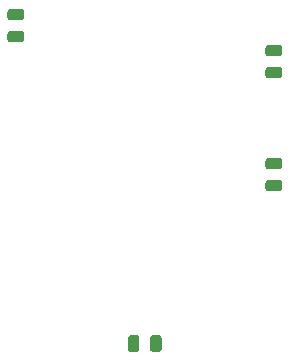
<source format=gbr>
G04 #@! TF.GenerationSoftware,KiCad,Pcbnew,(5.1.5-0-10_14)*
G04 #@! TF.CreationDate,2020-05-05T19:23:22-07:00*
G04 #@! TF.ProjectId,N64 Mask ROM Breakout,4e363420-4d61-4736-9b20-524f4d204272,rev?*
G04 #@! TF.SameCoordinates,Original*
G04 #@! TF.FileFunction,Paste,Top*
G04 #@! TF.FilePolarity,Positive*
%FSLAX46Y46*%
G04 Gerber Fmt 4.6, Leading zero omitted, Abs format (unit mm)*
G04 Created by KiCad (PCBNEW (5.1.5-0-10_14)) date 2020-05-05 19:23:22*
%MOMM*%
%LPD*%
G04 APERTURE LIST*
%ADD10C,0.100000*%
G04 APERTURE END LIST*
D10*
G36*
X141958142Y-90367174D02*
G01*
X141981803Y-90370684D01*
X142005007Y-90376496D01*
X142027529Y-90384554D01*
X142049153Y-90394782D01*
X142069670Y-90407079D01*
X142088883Y-90421329D01*
X142106607Y-90437393D01*
X142122671Y-90455117D01*
X142136921Y-90474330D01*
X142149218Y-90494847D01*
X142159446Y-90516471D01*
X142167504Y-90538993D01*
X142173316Y-90562197D01*
X142176826Y-90585858D01*
X142178000Y-90609750D01*
X142178000Y-91097250D01*
X142176826Y-91121142D01*
X142173316Y-91144803D01*
X142167504Y-91168007D01*
X142159446Y-91190529D01*
X142149218Y-91212153D01*
X142136921Y-91232670D01*
X142122671Y-91251883D01*
X142106607Y-91269607D01*
X142088883Y-91285671D01*
X142069670Y-91299921D01*
X142049153Y-91312218D01*
X142027529Y-91322446D01*
X142005007Y-91330504D01*
X141981803Y-91336316D01*
X141958142Y-91339826D01*
X141934250Y-91341000D01*
X141021750Y-91341000D01*
X140997858Y-91339826D01*
X140974197Y-91336316D01*
X140950993Y-91330504D01*
X140928471Y-91322446D01*
X140906847Y-91312218D01*
X140886330Y-91299921D01*
X140867117Y-91285671D01*
X140849393Y-91269607D01*
X140833329Y-91251883D01*
X140819079Y-91232670D01*
X140806782Y-91212153D01*
X140796554Y-91190529D01*
X140788496Y-91168007D01*
X140782684Y-91144803D01*
X140779174Y-91121142D01*
X140778000Y-91097250D01*
X140778000Y-90609750D01*
X140779174Y-90585858D01*
X140782684Y-90562197D01*
X140788496Y-90538993D01*
X140796554Y-90516471D01*
X140806782Y-90494847D01*
X140819079Y-90474330D01*
X140833329Y-90455117D01*
X140849393Y-90437393D01*
X140867117Y-90421329D01*
X140886330Y-90407079D01*
X140906847Y-90394782D01*
X140928471Y-90384554D01*
X140950993Y-90376496D01*
X140974197Y-90370684D01*
X140997858Y-90367174D01*
X141021750Y-90366000D01*
X141934250Y-90366000D01*
X141958142Y-90367174D01*
G37*
G36*
X141958142Y-88492174D02*
G01*
X141981803Y-88495684D01*
X142005007Y-88501496D01*
X142027529Y-88509554D01*
X142049153Y-88519782D01*
X142069670Y-88532079D01*
X142088883Y-88546329D01*
X142106607Y-88562393D01*
X142122671Y-88580117D01*
X142136921Y-88599330D01*
X142149218Y-88619847D01*
X142159446Y-88641471D01*
X142167504Y-88663993D01*
X142173316Y-88687197D01*
X142176826Y-88710858D01*
X142178000Y-88734750D01*
X142178000Y-89222250D01*
X142176826Y-89246142D01*
X142173316Y-89269803D01*
X142167504Y-89293007D01*
X142159446Y-89315529D01*
X142149218Y-89337153D01*
X142136921Y-89357670D01*
X142122671Y-89376883D01*
X142106607Y-89394607D01*
X142088883Y-89410671D01*
X142069670Y-89424921D01*
X142049153Y-89437218D01*
X142027529Y-89447446D01*
X142005007Y-89455504D01*
X141981803Y-89461316D01*
X141958142Y-89464826D01*
X141934250Y-89466000D01*
X141021750Y-89466000D01*
X140997858Y-89464826D01*
X140974197Y-89461316D01*
X140950993Y-89455504D01*
X140928471Y-89447446D01*
X140906847Y-89437218D01*
X140886330Y-89424921D01*
X140867117Y-89410671D01*
X140849393Y-89394607D01*
X140833329Y-89376883D01*
X140819079Y-89357670D01*
X140806782Y-89337153D01*
X140796554Y-89315529D01*
X140788496Y-89293007D01*
X140782684Y-89269803D01*
X140779174Y-89246142D01*
X140778000Y-89222250D01*
X140778000Y-88734750D01*
X140779174Y-88710858D01*
X140782684Y-88687197D01*
X140788496Y-88663993D01*
X140796554Y-88641471D01*
X140806782Y-88619847D01*
X140819079Y-88599330D01*
X140833329Y-88580117D01*
X140849393Y-88562393D01*
X140867117Y-88546329D01*
X140886330Y-88532079D01*
X140906847Y-88519782D01*
X140928471Y-88509554D01*
X140950993Y-88501496D01*
X140974197Y-88495684D01*
X140997858Y-88492174D01*
X141021750Y-88491000D01*
X141934250Y-88491000D01*
X141958142Y-88492174D01*
G37*
G36*
X163802142Y-91540174D02*
G01*
X163825803Y-91543684D01*
X163849007Y-91549496D01*
X163871529Y-91557554D01*
X163893153Y-91567782D01*
X163913670Y-91580079D01*
X163932883Y-91594329D01*
X163950607Y-91610393D01*
X163966671Y-91628117D01*
X163980921Y-91647330D01*
X163993218Y-91667847D01*
X164003446Y-91689471D01*
X164011504Y-91711993D01*
X164017316Y-91735197D01*
X164020826Y-91758858D01*
X164022000Y-91782750D01*
X164022000Y-92270250D01*
X164020826Y-92294142D01*
X164017316Y-92317803D01*
X164011504Y-92341007D01*
X164003446Y-92363529D01*
X163993218Y-92385153D01*
X163980921Y-92405670D01*
X163966671Y-92424883D01*
X163950607Y-92442607D01*
X163932883Y-92458671D01*
X163913670Y-92472921D01*
X163893153Y-92485218D01*
X163871529Y-92495446D01*
X163849007Y-92503504D01*
X163825803Y-92509316D01*
X163802142Y-92512826D01*
X163778250Y-92514000D01*
X162865750Y-92514000D01*
X162841858Y-92512826D01*
X162818197Y-92509316D01*
X162794993Y-92503504D01*
X162772471Y-92495446D01*
X162750847Y-92485218D01*
X162730330Y-92472921D01*
X162711117Y-92458671D01*
X162693393Y-92442607D01*
X162677329Y-92424883D01*
X162663079Y-92405670D01*
X162650782Y-92385153D01*
X162640554Y-92363529D01*
X162632496Y-92341007D01*
X162626684Y-92317803D01*
X162623174Y-92294142D01*
X162622000Y-92270250D01*
X162622000Y-91782750D01*
X162623174Y-91758858D01*
X162626684Y-91735197D01*
X162632496Y-91711993D01*
X162640554Y-91689471D01*
X162650782Y-91667847D01*
X162663079Y-91647330D01*
X162677329Y-91628117D01*
X162693393Y-91610393D01*
X162711117Y-91594329D01*
X162730330Y-91580079D01*
X162750847Y-91567782D01*
X162772471Y-91557554D01*
X162794993Y-91549496D01*
X162818197Y-91543684D01*
X162841858Y-91540174D01*
X162865750Y-91539000D01*
X163778250Y-91539000D01*
X163802142Y-91540174D01*
G37*
G36*
X163802142Y-93415174D02*
G01*
X163825803Y-93418684D01*
X163849007Y-93424496D01*
X163871529Y-93432554D01*
X163893153Y-93442782D01*
X163913670Y-93455079D01*
X163932883Y-93469329D01*
X163950607Y-93485393D01*
X163966671Y-93503117D01*
X163980921Y-93522330D01*
X163993218Y-93542847D01*
X164003446Y-93564471D01*
X164011504Y-93586993D01*
X164017316Y-93610197D01*
X164020826Y-93633858D01*
X164022000Y-93657750D01*
X164022000Y-94145250D01*
X164020826Y-94169142D01*
X164017316Y-94192803D01*
X164011504Y-94216007D01*
X164003446Y-94238529D01*
X163993218Y-94260153D01*
X163980921Y-94280670D01*
X163966671Y-94299883D01*
X163950607Y-94317607D01*
X163932883Y-94333671D01*
X163913670Y-94347921D01*
X163893153Y-94360218D01*
X163871529Y-94370446D01*
X163849007Y-94378504D01*
X163825803Y-94384316D01*
X163802142Y-94387826D01*
X163778250Y-94389000D01*
X162865750Y-94389000D01*
X162841858Y-94387826D01*
X162818197Y-94384316D01*
X162794993Y-94378504D01*
X162772471Y-94370446D01*
X162750847Y-94360218D01*
X162730330Y-94347921D01*
X162711117Y-94333671D01*
X162693393Y-94317607D01*
X162677329Y-94299883D01*
X162663079Y-94280670D01*
X162650782Y-94260153D01*
X162640554Y-94238529D01*
X162632496Y-94216007D01*
X162626684Y-94192803D01*
X162623174Y-94169142D01*
X162622000Y-94145250D01*
X162622000Y-93657750D01*
X162623174Y-93633858D01*
X162626684Y-93610197D01*
X162632496Y-93586993D01*
X162640554Y-93564471D01*
X162650782Y-93542847D01*
X162663079Y-93522330D01*
X162677329Y-93503117D01*
X162693393Y-93485393D01*
X162711117Y-93469329D01*
X162730330Y-93455079D01*
X162750847Y-93442782D01*
X162772471Y-93432554D01*
X162794993Y-93424496D01*
X162818197Y-93418684D01*
X162841858Y-93415174D01*
X162865750Y-93414000D01*
X163778250Y-93414000D01*
X163802142Y-93415174D01*
G37*
G36*
X163802142Y-102988674D02*
G01*
X163825803Y-102992184D01*
X163849007Y-102997996D01*
X163871529Y-103006054D01*
X163893153Y-103016282D01*
X163913670Y-103028579D01*
X163932883Y-103042829D01*
X163950607Y-103058893D01*
X163966671Y-103076617D01*
X163980921Y-103095830D01*
X163993218Y-103116347D01*
X164003446Y-103137971D01*
X164011504Y-103160493D01*
X164017316Y-103183697D01*
X164020826Y-103207358D01*
X164022000Y-103231250D01*
X164022000Y-103718750D01*
X164020826Y-103742642D01*
X164017316Y-103766303D01*
X164011504Y-103789507D01*
X164003446Y-103812029D01*
X163993218Y-103833653D01*
X163980921Y-103854170D01*
X163966671Y-103873383D01*
X163950607Y-103891107D01*
X163932883Y-103907171D01*
X163913670Y-103921421D01*
X163893153Y-103933718D01*
X163871529Y-103943946D01*
X163849007Y-103952004D01*
X163825803Y-103957816D01*
X163802142Y-103961326D01*
X163778250Y-103962500D01*
X162865750Y-103962500D01*
X162841858Y-103961326D01*
X162818197Y-103957816D01*
X162794993Y-103952004D01*
X162772471Y-103943946D01*
X162750847Y-103933718D01*
X162730330Y-103921421D01*
X162711117Y-103907171D01*
X162693393Y-103891107D01*
X162677329Y-103873383D01*
X162663079Y-103854170D01*
X162650782Y-103833653D01*
X162640554Y-103812029D01*
X162632496Y-103789507D01*
X162626684Y-103766303D01*
X162623174Y-103742642D01*
X162622000Y-103718750D01*
X162622000Y-103231250D01*
X162623174Y-103207358D01*
X162626684Y-103183697D01*
X162632496Y-103160493D01*
X162640554Y-103137971D01*
X162650782Y-103116347D01*
X162663079Y-103095830D01*
X162677329Y-103076617D01*
X162693393Y-103058893D01*
X162711117Y-103042829D01*
X162730330Y-103028579D01*
X162750847Y-103016282D01*
X162772471Y-103006054D01*
X162794993Y-102997996D01*
X162818197Y-102992184D01*
X162841858Y-102988674D01*
X162865750Y-102987500D01*
X163778250Y-102987500D01*
X163802142Y-102988674D01*
G37*
G36*
X163802142Y-101113674D02*
G01*
X163825803Y-101117184D01*
X163849007Y-101122996D01*
X163871529Y-101131054D01*
X163893153Y-101141282D01*
X163913670Y-101153579D01*
X163932883Y-101167829D01*
X163950607Y-101183893D01*
X163966671Y-101201617D01*
X163980921Y-101220830D01*
X163993218Y-101241347D01*
X164003446Y-101262971D01*
X164011504Y-101285493D01*
X164017316Y-101308697D01*
X164020826Y-101332358D01*
X164022000Y-101356250D01*
X164022000Y-101843750D01*
X164020826Y-101867642D01*
X164017316Y-101891303D01*
X164011504Y-101914507D01*
X164003446Y-101937029D01*
X163993218Y-101958653D01*
X163980921Y-101979170D01*
X163966671Y-101998383D01*
X163950607Y-102016107D01*
X163932883Y-102032171D01*
X163913670Y-102046421D01*
X163893153Y-102058718D01*
X163871529Y-102068946D01*
X163849007Y-102077004D01*
X163825803Y-102082816D01*
X163802142Y-102086326D01*
X163778250Y-102087500D01*
X162865750Y-102087500D01*
X162841858Y-102086326D01*
X162818197Y-102082816D01*
X162794993Y-102077004D01*
X162772471Y-102068946D01*
X162750847Y-102058718D01*
X162730330Y-102046421D01*
X162711117Y-102032171D01*
X162693393Y-102016107D01*
X162677329Y-101998383D01*
X162663079Y-101979170D01*
X162650782Y-101958653D01*
X162640554Y-101937029D01*
X162632496Y-101914507D01*
X162626684Y-101891303D01*
X162623174Y-101867642D01*
X162622000Y-101843750D01*
X162622000Y-101356250D01*
X162623174Y-101332358D01*
X162626684Y-101308697D01*
X162632496Y-101285493D01*
X162640554Y-101262971D01*
X162650782Y-101241347D01*
X162663079Y-101220830D01*
X162677329Y-101201617D01*
X162693393Y-101183893D01*
X162711117Y-101167829D01*
X162730330Y-101153579D01*
X162750847Y-101141282D01*
X162772471Y-101131054D01*
X162794993Y-101122996D01*
X162818197Y-101117184D01*
X162841858Y-101113674D01*
X162865750Y-101112500D01*
X163778250Y-101112500D01*
X163802142Y-101113674D01*
G37*
G36*
X151730142Y-116141174D02*
G01*
X151753803Y-116144684D01*
X151777007Y-116150496D01*
X151799529Y-116158554D01*
X151821153Y-116168782D01*
X151841670Y-116181079D01*
X151860883Y-116195329D01*
X151878607Y-116211393D01*
X151894671Y-116229117D01*
X151908921Y-116248330D01*
X151921218Y-116268847D01*
X151931446Y-116290471D01*
X151939504Y-116312993D01*
X151945316Y-116336197D01*
X151948826Y-116359858D01*
X151950000Y-116383750D01*
X151950000Y-117296250D01*
X151948826Y-117320142D01*
X151945316Y-117343803D01*
X151939504Y-117367007D01*
X151931446Y-117389529D01*
X151921218Y-117411153D01*
X151908921Y-117431670D01*
X151894671Y-117450883D01*
X151878607Y-117468607D01*
X151860883Y-117484671D01*
X151841670Y-117498921D01*
X151821153Y-117511218D01*
X151799529Y-117521446D01*
X151777007Y-117529504D01*
X151753803Y-117535316D01*
X151730142Y-117538826D01*
X151706250Y-117540000D01*
X151218750Y-117540000D01*
X151194858Y-117538826D01*
X151171197Y-117535316D01*
X151147993Y-117529504D01*
X151125471Y-117521446D01*
X151103847Y-117511218D01*
X151083330Y-117498921D01*
X151064117Y-117484671D01*
X151046393Y-117468607D01*
X151030329Y-117450883D01*
X151016079Y-117431670D01*
X151003782Y-117411153D01*
X150993554Y-117389529D01*
X150985496Y-117367007D01*
X150979684Y-117343803D01*
X150976174Y-117320142D01*
X150975000Y-117296250D01*
X150975000Y-116383750D01*
X150976174Y-116359858D01*
X150979684Y-116336197D01*
X150985496Y-116312993D01*
X150993554Y-116290471D01*
X151003782Y-116268847D01*
X151016079Y-116248330D01*
X151030329Y-116229117D01*
X151046393Y-116211393D01*
X151064117Y-116195329D01*
X151083330Y-116181079D01*
X151103847Y-116168782D01*
X151125471Y-116158554D01*
X151147993Y-116150496D01*
X151171197Y-116144684D01*
X151194858Y-116141174D01*
X151218750Y-116140000D01*
X151706250Y-116140000D01*
X151730142Y-116141174D01*
G37*
G36*
X153605142Y-116141174D02*
G01*
X153628803Y-116144684D01*
X153652007Y-116150496D01*
X153674529Y-116158554D01*
X153696153Y-116168782D01*
X153716670Y-116181079D01*
X153735883Y-116195329D01*
X153753607Y-116211393D01*
X153769671Y-116229117D01*
X153783921Y-116248330D01*
X153796218Y-116268847D01*
X153806446Y-116290471D01*
X153814504Y-116312993D01*
X153820316Y-116336197D01*
X153823826Y-116359858D01*
X153825000Y-116383750D01*
X153825000Y-117296250D01*
X153823826Y-117320142D01*
X153820316Y-117343803D01*
X153814504Y-117367007D01*
X153806446Y-117389529D01*
X153796218Y-117411153D01*
X153783921Y-117431670D01*
X153769671Y-117450883D01*
X153753607Y-117468607D01*
X153735883Y-117484671D01*
X153716670Y-117498921D01*
X153696153Y-117511218D01*
X153674529Y-117521446D01*
X153652007Y-117529504D01*
X153628803Y-117535316D01*
X153605142Y-117538826D01*
X153581250Y-117540000D01*
X153093750Y-117540000D01*
X153069858Y-117538826D01*
X153046197Y-117535316D01*
X153022993Y-117529504D01*
X153000471Y-117521446D01*
X152978847Y-117511218D01*
X152958330Y-117498921D01*
X152939117Y-117484671D01*
X152921393Y-117468607D01*
X152905329Y-117450883D01*
X152891079Y-117431670D01*
X152878782Y-117411153D01*
X152868554Y-117389529D01*
X152860496Y-117367007D01*
X152854684Y-117343803D01*
X152851174Y-117320142D01*
X152850000Y-117296250D01*
X152850000Y-116383750D01*
X152851174Y-116359858D01*
X152854684Y-116336197D01*
X152860496Y-116312993D01*
X152868554Y-116290471D01*
X152878782Y-116268847D01*
X152891079Y-116248330D01*
X152905329Y-116229117D01*
X152921393Y-116211393D01*
X152939117Y-116195329D01*
X152958330Y-116181079D01*
X152978847Y-116168782D01*
X153000471Y-116158554D01*
X153022993Y-116150496D01*
X153046197Y-116144684D01*
X153069858Y-116141174D01*
X153093750Y-116140000D01*
X153581250Y-116140000D01*
X153605142Y-116141174D01*
G37*
M02*

</source>
